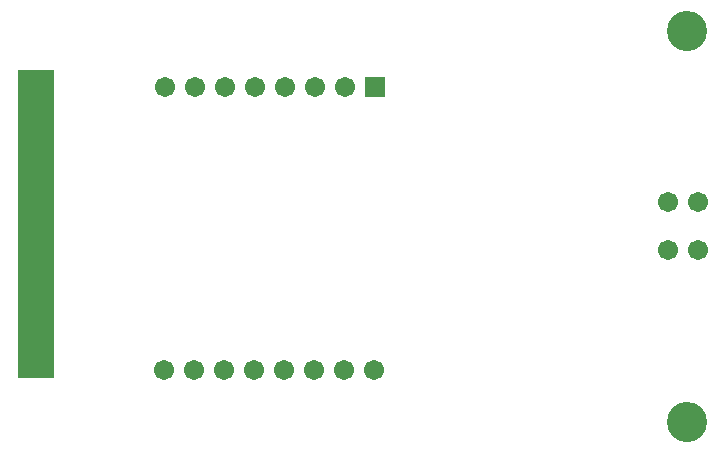
<source format=gbs>
G04 Layer_Color=14360714*
%FSLAX25Y25*%
%MOIN*%
G70*
G01*
G75*
%ADD42R,0.10839X0.03162*%
%ADD49C,0.13398*%
%ADD50C,0.06706*%
%ADD51R,0.06706X0.06706*%
%ADD52R,0.12402X1.02700*%
D42*
X6799Y124439D02*
D03*
X6800Y121289D02*
D03*
Y118139D02*
D03*
Y114990D02*
D03*
Y111840D02*
D03*
Y108691D02*
D03*
Y105541D02*
D03*
Y102391D02*
D03*
Y86643D02*
D03*
Y83494D02*
D03*
Y80344D02*
D03*
Y77194D02*
D03*
Y74045D02*
D03*
Y70895D02*
D03*
Y67746D02*
D03*
Y64596D02*
D03*
Y61446D02*
D03*
Y58297D02*
D03*
Y55147D02*
D03*
Y51998D02*
D03*
Y48848D02*
D03*
Y45698D02*
D03*
Y42549D02*
D03*
Y39399D02*
D03*
Y36250D02*
D03*
Y33100D02*
D03*
D49*
X223500Y14300D02*
D03*
Y144800D02*
D03*
D50*
X49100Y31600D02*
D03*
X59100D02*
D03*
X69100D02*
D03*
X79100D02*
D03*
X89100D02*
D03*
X99100D02*
D03*
X109100D02*
D03*
X119100D02*
D03*
X49300Y125900D02*
D03*
X59300D02*
D03*
X69300D02*
D03*
X79300D02*
D03*
X89300D02*
D03*
X99300D02*
D03*
X109300D02*
D03*
X217000Y87700D02*
D03*
X227000D02*
D03*
Y71558D02*
D03*
X217000D02*
D03*
D51*
X119300Y125900D02*
D03*
D52*
X6308Y80316D02*
D03*
M02*

</source>
